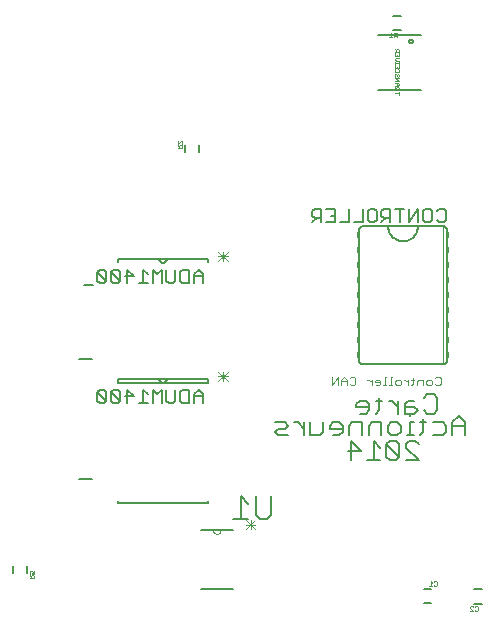
<source format=gbo>
G75*
G70*
%OFA0B0*%
%FSLAX24Y24*%
%IPPOS*%
%LPD*%
%AMOC8*
5,1,8,0,0,1.08239X$1,22.5*
%
%ADD10C,0.0030*%
%ADD11C,0.0060*%
%ADD12C,0.0080*%
%ADD13C,0.0010*%
%ADD14C,0.0020*%
%ADD15C,0.0050*%
%ADD16R,0.0050X0.0200*%
%ADD17C,0.0000*%
D10*
X011996Y009214D02*
X012310Y009528D01*
X012153Y009528D02*
X012153Y009214D01*
X012310Y009214D02*
X011996Y009528D01*
X011996Y009371D02*
X012310Y009371D01*
X015784Y009366D02*
X015784Y009076D01*
X015977Y009366D01*
X015977Y009076D01*
X016079Y009076D02*
X016079Y009269D01*
X016175Y009366D01*
X016272Y009269D01*
X016272Y009076D01*
X016373Y009124D02*
X016422Y009076D01*
X016518Y009076D01*
X016567Y009124D01*
X016567Y009318D01*
X016518Y009366D01*
X016422Y009366D01*
X016373Y009318D01*
X016272Y009221D02*
X016079Y009221D01*
X016962Y009269D02*
X017010Y009269D01*
X017107Y009173D01*
X017107Y009269D02*
X017107Y009076D01*
X017208Y009173D02*
X017402Y009173D01*
X017402Y009221D02*
X017353Y009269D01*
X017256Y009269D01*
X017208Y009221D01*
X017208Y009173D01*
X017256Y009076D02*
X017353Y009076D01*
X017402Y009124D01*
X017402Y009221D01*
X017501Y009076D02*
X017598Y009076D01*
X017550Y009076D02*
X017550Y009366D01*
X017598Y009366D01*
X017746Y009366D02*
X017746Y009076D01*
X017794Y009076D02*
X017698Y009076D01*
X017896Y009124D02*
X017896Y009221D01*
X017944Y009269D01*
X018041Y009269D01*
X018089Y009221D01*
X018089Y009124D01*
X018041Y009076D01*
X017944Y009076D01*
X017896Y009124D01*
X017794Y009366D02*
X017746Y009366D01*
X018189Y009269D02*
X018238Y009269D01*
X018335Y009173D01*
X018335Y009269D02*
X018335Y009076D01*
X018434Y009076D02*
X018483Y009124D01*
X018483Y009318D01*
X018531Y009269D02*
X018434Y009269D01*
X018632Y009221D02*
X018632Y009076D01*
X018632Y009221D02*
X018681Y009269D01*
X018826Y009269D01*
X018826Y009076D01*
X018927Y009124D02*
X018927Y009221D01*
X018975Y009269D01*
X019072Y009269D01*
X019120Y009221D01*
X019120Y009124D01*
X019072Y009076D01*
X018975Y009076D01*
X018927Y009124D01*
X019222Y009124D02*
X019270Y009076D01*
X019367Y009076D01*
X019415Y009124D01*
X019415Y009318D01*
X019367Y009366D01*
X019270Y009366D01*
X019222Y009318D01*
X013236Y004590D02*
X012922Y004276D01*
X012922Y004433D02*
X013236Y004433D01*
X013236Y004276D02*
X012922Y004590D01*
X013079Y004590D02*
X013079Y004276D01*
X012310Y013214D02*
X011996Y013528D01*
X011996Y013371D02*
X012310Y013371D01*
X012310Y013528D02*
X011996Y013214D01*
X012153Y013214D02*
X012153Y013528D01*
D11*
X005144Y003054D02*
X005144Y002818D01*
X005616Y002818D02*
X005616Y003054D01*
X008655Y005141D02*
X008655Y005221D01*
X008655Y005141D02*
X011655Y005141D01*
X011655Y005221D01*
X011831Y004243D02*
X011411Y004243D01*
X011831Y004243D02*
X012071Y004243D01*
X012491Y004243D01*
X012491Y002283D02*
X011411Y002283D01*
X007795Y005951D02*
X007355Y005951D01*
X008655Y009141D02*
X008655Y009221D01*
X008655Y009201D02*
X008655Y009281D01*
X010035Y009281D01*
X010275Y009281D01*
X011655Y009281D01*
X011655Y009201D01*
X011655Y009221D02*
X011655Y009141D01*
X008655Y009141D01*
X007795Y009951D02*
X007355Y009951D01*
X010035Y009281D02*
X010037Y009260D01*
X010042Y009240D01*
X010051Y009221D01*
X010063Y009204D01*
X010078Y009189D01*
X010095Y009177D01*
X010114Y009168D01*
X010134Y009163D01*
X010155Y009161D01*
X010176Y009163D01*
X010196Y009168D01*
X010215Y009177D01*
X010232Y009189D01*
X010247Y009204D01*
X010259Y009221D01*
X010268Y009240D01*
X010273Y009260D01*
X010275Y009281D01*
X013890Y007838D02*
X014210Y007838D01*
X014317Y007731D01*
X014210Y007624D01*
X013996Y007624D01*
X013890Y007518D01*
X013996Y007411D01*
X014317Y007411D01*
X014533Y007838D02*
X014640Y007838D01*
X014854Y007624D01*
X014854Y007411D02*
X014854Y007838D01*
X015071Y007838D02*
X015071Y007411D01*
X015392Y007411D01*
X015498Y007518D01*
X015498Y007838D01*
X015716Y007731D02*
X015716Y007624D01*
X016143Y007624D01*
X016143Y007518D02*
X016143Y007731D01*
X016036Y007838D01*
X015823Y007838D01*
X015716Y007731D01*
X015823Y007411D02*
X016036Y007411D01*
X016143Y007518D01*
X016360Y007411D02*
X016360Y007731D01*
X016467Y007838D01*
X016787Y007838D01*
X016787Y007411D01*
X017005Y007411D02*
X017005Y007731D01*
X017112Y007838D01*
X017432Y007838D01*
X017432Y007411D01*
X017649Y007518D02*
X017649Y007731D01*
X017756Y007838D01*
X017970Y007838D01*
X018077Y007731D01*
X018077Y007518D01*
X017970Y007411D01*
X017756Y007411D01*
X017649Y007518D01*
X017710Y007211D02*
X017603Y007105D01*
X018030Y006678D01*
X017924Y006571D01*
X017710Y006571D01*
X017603Y006678D01*
X017603Y007105D01*
X017710Y007211D02*
X017924Y007211D01*
X018030Y007105D01*
X018030Y006678D01*
X018248Y006571D02*
X018675Y006571D01*
X018248Y006998D01*
X018248Y007105D01*
X018355Y007211D01*
X018568Y007211D01*
X018675Y007105D01*
X018722Y007411D02*
X018829Y007518D01*
X018829Y007945D01*
X018936Y007838D02*
X018722Y007838D01*
X018506Y007838D02*
X018399Y007838D01*
X018399Y007411D01*
X018293Y007411D02*
X018506Y007411D01*
X019153Y007411D02*
X019474Y007411D01*
X019580Y007518D01*
X019580Y007731D01*
X019474Y007838D01*
X019153Y007838D01*
X019178Y008131D02*
X018965Y008131D01*
X018858Y008238D01*
X018640Y008238D02*
X018534Y008131D01*
X018213Y008131D01*
X018213Y008451D01*
X018320Y008558D01*
X018534Y008558D01*
X018534Y008344D02*
X018213Y008344D01*
X017996Y008344D02*
X017782Y008558D01*
X017676Y008558D01*
X017459Y008558D02*
X017245Y008558D01*
X017352Y008665D02*
X017352Y008238D01*
X017245Y008131D01*
X017029Y008238D02*
X017029Y008451D01*
X016922Y008558D01*
X016709Y008558D01*
X016602Y008451D01*
X016602Y008344D01*
X017029Y008344D01*
X017029Y008238D02*
X016922Y008131D01*
X016709Y008131D01*
X016421Y007211D02*
X016741Y006891D01*
X016314Y006891D01*
X016421Y006571D02*
X016421Y007211D01*
X016959Y006571D02*
X017386Y006571D01*
X017172Y006571D02*
X017172Y007211D01*
X017386Y006998D01*
X017996Y008131D02*
X017996Y008558D01*
X018399Y008158D02*
X018399Y008051D01*
X018640Y008238D02*
X018534Y008344D01*
X018858Y008665D02*
X018965Y008771D01*
X019178Y008771D01*
X019285Y008665D01*
X019285Y008238D01*
X019178Y008131D01*
X019798Y007838D02*
X019798Y007411D01*
X020225Y007411D02*
X020225Y007838D01*
X020011Y008051D01*
X019798Y007838D01*
X019798Y007731D02*
X020225Y007731D01*
X019475Y009786D02*
X016835Y009786D01*
X016812Y009788D01*
X016789Y009793D01*
X016767Y009802D01*
X016747Y009815D01*
X016729Y009830D01*
X016714Y009848D01*
X016701Y009868D01*
X016692Y009890D01*
X016687Y009913D01*
X016685Y009936D01*
X016685Y014236D01*
X016687Y014259D01*
X016692Y014282D01*
X016701Y014304D01*
X016714Y014324D01*
X016729Y014342D01*
X016747Y014357D01*
X016767Y014370D01*
X016789Y014379D01*
X016812Y014384D01*
X016835Y014386D01*
X019475Y014386D01*
X019498Y014384D01*
X019521Y014379D01*
X019543Y014370D01*
X019563Y014357D01*
X019581Y014342D01*
X019596Y014324D01*
X019609Y014304D01*
X019618Y014282D01*
X019623Y014259D01*
X019625Y014236D01*
X019625Y009936D01*
X019623Y009913D01*
X019618Y009890D01*
X019609Y009868D01*
X019596Y009848D01*
X019581Y009830D01*
X019563Y009815D01*
X019543Y009802D01*
X019521Y009793D01*
X019498Y009788D01*
X019475Y009786D01*
X018655Y014386D02*
X018653Y014342D01*
X018647Y014299D01*
X018638Y014257D01*
X018625Y014215D01*
X018608Y014175D01*
X018588Y014136D01*
X018565Y014099D01*
X018538Y014065D01*
X018509Y014032D01*
X018476Y014003D01*
X018442Y013976D01*
X018405Y013953D01*
X018366Y013933D01*
X018326Y013916D01*
X018284Y013903D01*
X018242Y013894D01*
X018199Y013888D01*
X018155Y013886D01*
X018111Y013888D01*
X018068Y013894D01*
X018026Y013903D01*
X017984Y013916D01*
X017944Y013933D01*
X017905Y013953D01*
X017868Y013976D01*
X017834Y014003D01*
X017801Y014032D01*
X017772Y014065D01*
X017745Y014099D01*
X017722Y014136D01*
X017702Y014175D01*
X017685Y014215D01*
X017672Y014257D01*
X017663Y014299D01*
X017657Y014342D01*
X017655Y014386D01*
X017320Y018906D02*
X018740Y018906D01*
X018740Y020766D02*
X017320Y020766D01*
X017837Y020925D02*
X018073Y020925D01*
X018073Y021397D02*
X017837Y021397D01*
X011366Y017079D02*
X011366Y016843D01*
X010894Y016843D02*
X010894Y017079D01*
X010275Y013281D02*
X010035Y013281D01*
X008655Y013281D01*
X008655Y013201D01*
X010035Y013281D02*
X010037Y013260D01*
X010042Y013240D01*
X010051Y013221D01*
X010063Y013204D01*
X010078Y013189D01*
X010095Y013177D01*
X010114Y013168D01*
X010134Y013163D01*
X010155Y013161D01*
X010176Y013163D01*
X010196Y013168D01*
X010215Y013177D01*
X010232Y013189D01*
X010247Y013204D01*
X010259Y013221D01*
X010268Y013240D01*
X010273Y013260D01*
X010275Y013281D01*
X011655Y013281D01*
X011655Y013201D01*
X018862Y002297D02*
X019098Y002297D01*
X019098Y001825D02*
X018862Y001825D01*
X020537Y001800D02*
X020773Y001800D01*
X020773Y002272D02*
X020537Y002272D01*
D12*
X013751Y004756D02*
X013628Y004633D01*
X013381Y004633D01*
X013257Y004756D01*
X013257Y005373D01*
X012996Y005127D02*
X012749Y005373D01*
X012749Y004633D01*
X012996Y004633D02*
X012502Y004633D01*
X013751Y004756D02*
X013751Y005373D01*
X018363Y020546D02*
X018365Y020561D01*
X018371Y020574D01*
X018380Y020586D01*
X018391Y020595D01*
X018405Y020601D01*
X018420Y020603D01*
X018435Y020601D01*
X018448Y020595D01*
X018460Y020586D01*
X018469Y020575D01*
X018475Y020561D01*
X018477Y020546D01*
X018475Y020531D01*
X018469Y020518D01*
X018460Y020506D01*
X018449Y020497D01*
X018435Y020491D01*
X018420Y020489D01*
X018405Y020491D01*
X018392Y020497D01*
X018380Y020506D01*
X018371Y020517D01*
X018365Y020531D01*
X018363Y020546D01*
D13*
X018025Y020269D02*
X018000Y020294D01*
X017950Y020294D01*
X017925Y020269D01*
X017925Y020193D01*
X017875Y020193D02*
X018025Y020193D01*
X018025Y020269D01*
X017925Y020244D02*
X017875Y020294D01*
X017875Y020146D02*
X017875Y020046D01*
X018025Y020046D01*
X018025Y020146D01*
X017950Y020096D02*
X017950Y020046D01*
X017925Y019999D02*
X018025Y019999D01*
X017925Y019999D02*
X017875Y019949D01*
X017925Y019899D01*
X018025Y019899D01*
X018025Y019851D02*
X018025Y019801D01*
X018025Y019826D02*
X017875Y019826D01*
X017875Y019801D02*
X017875Y019851D01*
X017875Y019753D02*
X017875Y019653D01*
X018025Y019653D01*
X018025Y019753D01*
X017950Y019703D02*
X017950Y019653D01*
X017900Y019606D02*
X017875Y019581D01*
X017875Y019531D01*
X017900Y019506D01*
X018000Y019506D01*
X018025Y019531D01*
X018025Y019581D01*
X018000Y019606D01*
X018000Y019459D02*
X018025Y019434D01*
X018025Y019384D01*
X018000Y019359D01*
X017975Y019359D01*
X017950Y019384D01*
X017950Y019434D01*
X017925Y019459D01*
X017900Y019459D01*
X017875Y019434D01*
X017875Y019384D01*
X017900Y019359D01*
X017875Y019311D02*
X018025Y019311D01*
X018025Y019211D02*
X017875Y019211D01*
X017875Y019164D02*
X017975Y019164D01*
X018025Y019114D01*
X017975Y019064D01*
X017875Y019064D01*
X017875Y019017D02*
X017925Y018967D01*
X017925Y018992D02*
X017925Y018917D01*
X017875Y018917D02*
X018025Y018917D01*
X018025Y018992D01*
X018000Y019017D01*
X017950Y019017D01*
X017925Y018992D01*
X017950Y019064D02*
X017950Y019164D01*
X018025Y019211D02*
X017875Y019311D01*
X018025Y018869D02*
X018025Y018769D01*
X018025Y018819D02*
X017875Y018819D01*
X017845Y020681D02*
X017895Y020731D01*
X017870Y020731D02*
X017945Y020731D01*
X017945Y020681D02*
X017945Y020831D01*
X017870Y020831D01*
X017845Y020806D01*
X017845Y020756D01*
X017870Y020731D01*
X017797Y020781D02*
X017747Y020831D01*
X017747Y020681D01*
X017797Y020681D02*
X017697Y020681D01*
X010800Y017194D02*
X010800Y017143D01*
X010775Y017118D01*
X010775Y017071D02*
X010725Y017071D01*
X010700Y017046D01*
X010700Y016971D01*
X010650Y016971D02*
X010800Y016971D01*
X010800Y017046D01*
X010775Y017071D01*
X010700Y017021D02*
X010650Y017071D01*
X010650Y017118D02*
X010750Y017219D01*
X010775Y017219D01*
X010800Y017194D01*
X010650Y017219D02*
X010650Y017118D01*
X005860Y002888D02*
X005860Y002788D01*
X005785Y002788D01*
X005810Y002838D01*
X005810Y002863D01*
X005785Y002888D01*
X005735Y002888D01*
X005710Y002863D01*
X005710Y002813D01*
X005735Y002788D01*
X005710Y002741D02*
X005760Y002691D01*
X005760Y002716D02*
X005760Y002641D01*
X005710Y002641D02*
X005860Y002641D01*
X005860Y002716D01*
X005835Y002741D01*
X005785Y002741D01*
X005760Y002716D01*
X019028Y002391D02*
X019128Y002391D01*
X019078Y002391D02*
X019078Y002541D01*
X019128Y002491D01*
X019175Y002516D02*
X019200Y002541D01*
X019250Y002541D01*
X019275Y002516D01*
X019275Y002416D01*
X019250Y002391D01*
X019200Y002391D01*
X019175Y002416D01*
X020397Y001681D02*
X020422Y001706D01*
X020472Y001706D01*
X020497Y001681D01*
X020545Y001681D02*
X020570Y001706D01*
X020620Y001706D01*
X020645Y001681D01*
X020645Y001581D01*
X020620Y001556D01*
X020570Y001556D01*
X020545Y001581D01*
X020497Y001556D02*
X020397Y001656D01*
X020397Y001681D01*
X020397Y001556D02*
X020497Y001556D01*
D14*
X019485Y009786D02*
X019485Y014386D01*
D15*
X019505Y014511D02*
X019355Y014511D01*
X019280Y014586D01*
X019120Y014586D02*
X019120Y014886D01*
X019045Y014961D01*
X018894Y014961D01*
X018819Y014886D01*
X018819Y014586D01*
X018894Y014511D01*
X019045Y014511D01*
X019120Y014586D01*
X019280Y014886D02*
X019355Y014961D01*
X019505Y014961D01*
X019580Y014886D01*
X019580Y014586D01*
X019505Y014511D01*
X018659Y014511D02*
X018659Y014961D01*
X018359Y014511D01*
X018359Y014961D01*
X018199Y014961D02*
X017899Y014961D01*
X018049Y014961D02*
X018049Y014511D01*
X017738Y014511D02*
X017738Y014961D01*
X017513Y014961D01*
X017438Y014886D01*
X017438Y014736D01*
X017513Y014661D01*
X017738Y014661D01*
X017588Y014661D02*
X017438Y014511D01*
X017278Y014586D02*
X017278Y014886D01*
X017203Y014961D01*
X017053Y014961D01*
X016978Y014886D01*
X016978Y014586D01*
X017053Y014511D01*
X017203Y014511D01*
X017278Y014586D01*
X016818Y014511D02*
X016818Y014961D01*
X016818Y014511D02*
X016517Y014511D01*
X016357Y014511D02*
X016057Y014511D01*
X015897Y014511D02*
X015597Y014511D01*
X015436Y014511D02*
X015436Y014961D01*
X015211Y014961D01*
X015136Y014886D01*
X015136Y014736D01*
X015211Y014661D01*
X015436Y014661D01*
X015286Y014661D02*
X015136Y014511D01*
X015597Y014961D02*
X015897Y014961D01*
X015897Y014511D01*
X015897Y014736D02*
X015747Y014736D01*
X016357Y014961D02*
X016357Y014511D01*
X011490Y012786D02*
X011490Y012486D01*
X011490Y012711D02*
X011190Y012711D01*
X011190Y012786D02*
X011190Y012486D01*
X011030Y012486D02*
X010804Y012486D01*
X010729Y012561D01*
X010729Y012861D01*
X010804Y012936D01*
X011030Y012936D01*
X011030Y012486D01*
X011190Y012786D02*
X011340Y012936D01*
X011490Y012786D01*
X010569Y012936D02*
X010569Y012561D01*
X010494Y012486D01*
X010344Y012486D01*
X010269Y012561D01*
X010269Y012936D01*
X010109Y012936D02*
X009959Y012786D01*
X009809Y012936D01*
X009809Y012486D01*
X009648Y012486D02*
X009348Y012486D01*
X009498Y012486D02*
X009498Y012936D01*
X009648Y012786D01*
X010109Y012936D02*
X010109Y012486D01*
X009188Y012711D02*
X008888Y012711D01*
X008728Y012561D02*
X008728Y012861D01*
X008653Y012936D01*
X008502Y012936D01*
X008427Y012861D01*
X008728Y012561D01*
X008653Y012486D01*
X008502Y012486D01*
X008427Y012561D01*
X008427Y012861D01*
X008267Y012861D02*
X008267Y012561D01*
X007967Y012861D01*
X007967Y012561D01*
X008042Y012486D01*
X008192Y012486D01*
X008267Y012561D01*
X008267Y012861D02*
X008192Y012936D01*
X008042Y012936D01*
X007967Y012861D01*
X007807Y012411D02*
X007507Y012411D01*
X008963Y012486D02*
X008963Y012936D01*
X009188Y012711D01*
X008963Y008936D02*
X009188Y008711D01*
X008888Y008711D01*
X008728Y008561D02*
X008728Y008861D01*
X008653Y008936D01*
X008502Y008936D01*
X008427Y008861D01*
X008728Y008561D01*
X008653Y008486D01*
X008502Y008486D01*
X008427Y008561D01*
X008427Y008861D01*
X008267Y008861D02*
X008192Y008936D01*
X008042Y008936D01*
X007967Y008861D01*
X008267Y008561D01*
X008192Y008486D01*
X008042Y008486D01*
X007967Y008561D01*
X007967Y008861D01*
X008267Y008861D02*
X008267Y008561D01*
X008963Y008486D02*
X008963Y008936D01*
X009498Y008936D02*
X009498Y008486D01*
X009648Y008486D02*
X009348Y008486D01*
X009648Y008786D02*
X009498Y008936D01*
X009809Y008936D02*
X009809Y008486D01*
X010109Y008486D02*
X010109Y008936D01*
X009959Y008786D01*
X009809Y008936D01*
X010269Y008936D02*
X010269Y008561D01*
X010344Y008486D01*
X010494Y008486D01*
X010569Y008561D01*
X010569Y008936D01*
X010729Y008861D02*
X010804Y008936D01*
X011030Y008936D01*
X011030Y008486D01*
X010804Y008486D01*
X010729Y008561D01*
X010729Y008861D01*
X011190Y008786D02*
X011190Y008486D01*
X011190Y008711D02*
X011490Y008711D01*
X011490Y008786D02*
X011340Y008936D01*
X011190Y008786D01*
X011490Y008786D02*
X011490Y008486D01*
D16*
X016660Y010086D03*
X016660Y010586D03*
X016660Y011086D03*
X016660Y011586D03*
X016660Y012086D03*
X016660Y012586D03*
X016660Y013086D03*
X016660Y013586D03*
X016660Y014086D03*
X019650Y014086D03*
X019650Y013586D03*
X019650Y013086D03*
X019650Y012586D03*
X019650Y012086D03*
X019650Y011586D03*
X019650Y011086D03*
X019650Y010586D03*
X019650Y010086D03*
D17*
X012071Y004243D02*
X012069Y004222D01*
X012064Y004202D01*
X012055Y004183D01*
X012043Y004166D01*
X012028Y004151D01*
X012011Y004139D01*
X011992Y004130D01*
X011972Y004125D01*
X011951Y004123D01*
X011930Y004125D01*
X011910Y004130D01*
X011891Y004139D01*
X011874Y004151D01*
X011859Y004166D01*
X011847Y004183D01*
X011838Y004202D01*
X011833Y004222D01*
X011831Y004243D01*
M02*

</source>
